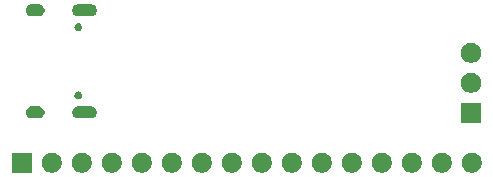
<source format=gbs>
G04 #@! TF.GenerationSoftware,KiCad,Pcbnew,9.0.3*
G04 #@! TF.CreationDate,2025-08-03T15:24:15-04:00*
G04 #@! TF.ProjectId,CH32V003A4M6,43483332-5630-4303-9341-344d362e6b69,rev?*
G04 #@! TF.SameCoordinates,Original*
G04 #@! TF.FileFunction,Soldermask,Bot*
G04 #@! TF.FilePolarity,Negative*
%FSLAX46Y46*%
G04 Gerber Fmt 4.6, Leading zero omitted, Abs format (unit mm)*
G04 Created by KiCad (PCBNEW 9.0.3) date 2025-08-03 15:24:15*
%MOMM*%
%LPD*%
G01*
G04 APERTURE LIST*
G04 APERTURE END LIST*
G36*
X129920000Y-129300000D02*
G01*
X128220000Y-129300000D01*
X128220000Y-127600000D01*
X129920000Y-127600000D01*
X129920000Y-129300000D01*
G37*
G36*
X131856742Y-127636601D02*
G01*
X132010687Y-127700367D01*
X132149234Y-127792941D01*
X132267059Y-127910766D01*
X132359633Y-128049313D01*
X132423399Y-128203258D01*
X132455907Y-128366685D01*
X132455907Y-128533315D01*
X132423399Y-128696742D01*
X132359633Y-128850687D01*
X132267059Y-128989234D01*
X132149234Y-129107059D01*
X132010687Y-129199633D01*
X131856742Y-129263399D01*
X131693315Y-129295907D01*
X131526685Y-129295907D01*
X131363258Y-129263399D01*
X131209313Y-129199633D01*
X131070766Y-129107059D01*
X130952941Y-128989234D01*
X130860367Y-128850687D01*
X130796601Y-128696742D01*
X130764093Y-128533315D01*
X130764093Y-128366685D01*
X130796601Y-128203258D01*
X130860367Y-128049313D01*
X130952941Y-127910766D01*
X131070766Y-127792941D01*
X131209313Y-127700367D01*
X131363258Y-127636601D01*
X131526685Y-127604093D01*
X131693315Y-127604093D01*
X131856742Y-127636601D01*
G37*
G36*
X134396742Y-127636601D02*
G01*
X134550687Y-127700367D01*
X134689234Y-127792941D01*
X134807059Y-127910766D01*
X134899633Y-128049313D01*
X134963399Y-128203258D01*
X134995907Y-128366685D01*
X134995907Y-128533315D01*
X134963399Y-128696742D01*
X134899633Y-128850687D01*
X134807059Y-128989234D01*
X134689234Y-129107059D01*
X134550687Y-129199633D01*
X134396742Y-129263399D01*
X134233315Y-129295907D01*
X134066685Y-129295907D01*
X133903258Y-129263399D01*
X133749313Y-129199633D01*
X133610766Y-129107059D01*
X133492941Y-128989234D01*
X133400367Y-128850687D01*
X133336601Y-128696742D01*
X133304093Y-128533315D01*
X133304093Y-128366685D01*
X133336601Y-128203258D01*
X133400367Y-128049313D01*
X133492941Y-127910766D01*
X133610766Y-127792941D01*
X133749313Y-127700367D01*
X133903258Y-127636601D01*
X134066685Y-127604093D01*
X134233315Y-127604093D01*
X134396742Y-127636601D01*
G37*
G36*
X136936742Y-127636601D02*
G01*
X137090687Y-127700367D01*
X137229234Y-127792941D01*
X137347059Y-127910766D01*
X137439633Y-128049313D01*
X137503399Y-128203258D01*
X137535907Y-128366685D01*
X137535907Y-128533315D01*
X137503399Y-128696742D01*
X137439633Y-128850687D01*
X137347059Y-128989234D01*
X137229234Y-129107059D01*
X137090687Y-129199633D01*
X136936742Y-129263399D01*
X136773315Y-129295907D01*
X136606685Y-129295907D01*
X136443258Y-129263399D01*
X136289313Y-129199633D01*
X136150766Y-129107059D01*
X136032941Y-128989234D01*
X135940367Y-128850687D01*
X135876601Y-128696742D01*
X135844093Y-128533315D01*
X135844093Y-128366685D01*
X135876601Y-128203258D01*
X135940367Y-128049313D01*
X136032941Y-127910766D01*
X136150766Y-127792941D01*
X136289313Y-127700367D01*
X136443258Y-127636601D01*
X136606685Y-127604093D01*
X136773315Y-127604093D01*
X136936742Y-127636601D01*
G37*
G36*
X139476742Y-127636601D02*
G01*
X139630687Y-127700367D01*
X139769234Y-127792941D01*
X139887059Y-127910766D01*
X139979633Y-128049313D01*
X140043399Y-128203258D01*
X140075907Y-128366685D01*
X140075907Y-128533315D01*
X140043399Y-128696742D01*
X139979633Y-128850687D01*
X139887059Y-128989234D01*
X139769234Y-129107059D01*
X139630687Y-129199633D01*
X139476742Y-129263399D01*
X139313315Y-129295907D01*
X139146685Y-129295907D01*
X138983258Y-129263399D01*
X138829313Y-129199633D01*
X138690766Y-129107059D01*
X138572941Y-128989234D01*
X138480367Y-128850687D01*
X138416601Y-128696742D01*
X138384093Y-128533315D01*
X138384093Y-128366685D01*
X138416601Y-128203258D01*
X138480367Y-128049313D01*
X138572941Y-127910766D01*
X138690766Y-127792941D01*
X138829313Y-127700367D01*
X138983258Y-127636601D01*
X139146685Y-127604093D01*
X139313315Y-127604093D01*
X139476742Y-127636601D01*
G37*
G36*
X142016742Y-127636601D02*
G01*
X142170687Y-127700367D01*
X142309234Y-127792941D01*
X142427059Y-127910766D01*
X142519633Y-128049313D01*
X142583399Y-128203258D01*
X142615907Y-128366685D01*
X142615907Y-128533315D01*
X142583399Y-128696742D01*
X142519633Y-128850687D01*
X142427059Y-128989234D01*
X142309234Y-129107059D01*
X142170687Y-129199633D01*
X142016742Y-129263399D01*
X141853315Y-129295907D01*
X141686685Y-129295907D01*
X141523258Y-129263399D01*
X141369313Y-129199633D01*
X141230766Y-129107059D01*
X141112941Y-128989234D01*
X141020367Y-128850687D01*
X140956601Y-128696742D01*
X140924093Y-128533315D01*
X140924093Y-128366685D01*
X140956601Y-128203258D01*
X141020367Y-128049313D01*
X141112941Y-127910766D01*
X141230766Y-127792941D01*
X141369313Y-127700367D01*
X141523258Y-127636601D01*
X141686685Y-127604093D01*
X141853315Y-127604093D01*
X142016742Y-127636601D01*
G37*
G36*
X144556742Y-127636601D02*
G01*
X144710687Y-127700367D01*
X144849234Y-127792941D01*
X144967059Y-127910766D01*
X145059633Y-128049313D01*
X145123399Y-128203258D01*
X145155907Y-128366685D01*
X145155907Y-128533315D01*
X145123399Y-128696742D01*
X145059633Y-128850687D01*
X144967059Y-128989234D01*
X144849234Y-129107059D01*
X144710687Y-129199633D01*
X144556742Y-129263399D01*
X144393315Y-129295907D01*
X144226685Y-129295907D01*
X144063258Y-129263399D01*
X143909313Y-129199633D01*
X143770766Y-129107059D01*
X143652941Y-128989234D01*
X143560367Y-128850687D01*
X143496601Y-128696742D01*
X143464093Y-128533315D01*
X143464093Y-128366685D01*
X143496601Y-128203258D01*
X143560367Y-128049313D01*
X143652941Y-127910766D01*
X143770766Y-127792941D01*
X143909313Y-127700367D01*
X144063258Y-127636601D01*
X144226685Y-127604093D01*
X144393315Y-127604093D01*
X144556742Y-127636601D01*
G37*
G36*
X147096742Y-127636601D02*
G01*
X147250687Y-127700367D01*
X147389234Y-127792941D01*
X147507059Y-127910766D01*
X147599633Y-128049313D01*
X147663399Y-128203258D01*
X147695907Y-128366685D01*
X147695907Y-128533315D01*
X147663399Y-128696742D01*
X147599633Y-128850687D01*
X147507059Y-128989234D01*
X147389234Y-129107059D01*
X147250687Y-129199633D01*
X147096742Y-129263399D01*
X146933315Y-129295907D01*
X146766685Y-129295907D01*
X146603258Y-129263399D01*
X146449313Y-129199633D01*
X146310766Y-129107059D01*
X146192941Y-128989234D01*
X146100367Y-128850687D01*
X146036601Y-128696742D01*
X146004093Y-128533315D01*
X146004093Y-128366685D01*
X146036601Y-128203258D01*
X146100367Y-128049313D01*
X146192941Y-127910766D01*
X146310766Y-127792941D01*
X146449313Y-127700367D01*
X146603258Y-127636601D01*
X146766685Y-127604093D01*
X146933315Y-127604093D01*
X147096742Y-127636601D01*
G37*
G36*
X149636742Y-127636601D02*
G01*
X149790687Y-127700367D01*
X149929234Y-127792941D01*
X150047059Y-127910766D01*
X150139633Y-128049313D01*
X150203399Y-128203258D01*
X150235907Y-128366685D01*
X150235907Y-128533315D01*
X150203399Y-128696742D01*
X150139633Y-128850687D01*
X150047059Y-128989234D01*
X149929234Y-129107059D01*
X149790687Y-129199633D01*
X149636742Y-129263399D01*
X149473315Y-129295907D01*
X149306685Y-129295907D01*
X149143258Y-129263399D01*
X148989313Y-129199633D01*
X148850766Y-129107059D01*
X148732941Y-128989234D01*
X148640367Y-128850687D01*
X148576601Y-128696742D01*
X148544093Y-128533315D01*
X148544093Y-128366685D01*
X148576601Y-128203258D01*
X148640367Y-128049313D01*
X148732941Y-127910766D01*
X148850766Y-127792941D01*
X148989313Y-127700367D01*
X149143258Y-127636601D01*
X149306685Y-127604093D01*
X149473315Y-127604093D01*
X149636742Y-127636601D01*
G37*
G36*
X152176742Y-127636601D02*
G01*
X152330687Y-127700367D01*
X152469234Y-127792941D01*
X152587059Y-127910766D01*
X152679633Y-128049313D01*
X152743399Y-128203258D01*
X152775907Y-128366685D01*
X152775907Y-128533315D01*
X152743399Y-128696742D01*
X152679633Y-128850687D01*
X152587059Y-128989234D01*
X152469234Y-129107059D01*
X152330687Y-129199633D01*
X152176742Y-129263399D01*
X152013315Y-129295907D01*
X151846685Y-129295907D01*
X151683258Y-129263399D01*
X151529313Y-129199633D01*
X151390766Y-129107059D01*
X151272941Y-128989234D01*
X151180367Y-128850687D01*
X151116601Y-128696742D01*
X151084093Y-128533315D01*
X151084093Y-128366685D01*
X151116601Y-128203258D01*
X151180367Y-128049313D01*
X151272941Y-127910766D01*
X151390766Y-127792941D01*
X151529313Y-127700367D01*
X151683258Y-127636601D01*
X151846685Y-127604093D01*
X152013315Y-127604093D01*
X152176742Y-127636601D01*
G37*
G36*
X154716742Y-127636601D02*
G01*
X154870687Y-127700367D01*
X155009234Y-127792941D01*
X155127059Y-127910766D01*
X155219633Y-128049313D01*
X155283399Y-128203258D01*
X155315907Y-128366685D01*
X155315907Y-128533315D01*
X155283399Y-128696742D01*
X155219633Y-128850687D01*
X155127059Y-128989234D01*
X155009234Y-129107059D01*
X154870687Y-129199633D01*
X154716742Y-129263399D01*
X154553315Y-129295907D01*
X154386685Y-129295907D01*
X154223258Y-129263399D01*
X154069313Y-129199633D01*
X153930766Y-129107059D01*
X153812941Y-128989234D01*
X153720367Y-128850687D01*
X153656601Y-128696742D01*
X153624093Y-128533315D01*
X153624093Y-128366685D01*
X153656601Y-128203258D01*
X153720367Y-128049313D01*
X153812941Y-127910766D01*
X153930766Y-127792941D01*
X154069313Y-127700367D01*
X154223258Y-127636601D01*
X154386685Y-127604093D01*
X154553315Y-127604093D01*
X154716742Y-127636601D01*
G37*
G36*
X157256742Y-127636601D02*
G01*
X157410687Y-127700367D01*
X157549234Y-127792941D01*
X157667059Y-127910766D01*
X157759633Y-128049313D01*
X157823399Y-128203258D01*
X157855907Y-128366685D01*
X157855907Y-128533315D01*
X157823399Y-128696742D01*
X157759633Y-128850687D01*
X157667059Y-128989234D01*
X157549234Y-129107059D01*
X157410687Y-129199633D01*
X157256742Y-129263399D01*
X157093315Y-129295907D01*
X156926685Y-129295907D01*
X156763258Y-129263399D01*
X156609313Y-129199633D01*
X156470766Y-129107059D01*
X156352941Y-128989234D01*
X156260367Y-128850687D01*
X156196601Y-128696742D01*
X156164093Y-128533315D01*
X156164093Y-128366685D01*
X156196601Y-128203258D01*
X156260367Y-128049313D01*
X156352941Y-127910766D01*
X156470766Y-127792941D01*
X156609313Y-127700367D01*
X156763258Y-127636601D01*
X156926685Y-127604093D01*
X157093315Y-127604093D01*
X157256742Y-127636601D01*
G37*
G36*
X159796742Y-127636601D02*
G01*
X159950687Y-127700367D01*
X160089234Y-127792941D01*
X160207059Y-127910766D01*
X160299633Y-128049313D01*
X160363399Y-128203258D01*
X160395907Y-128366685D01*
X160395907Y-128533315D01*
X160363399Y-128696742D01*
X160299633Y-128850687D01*
X160207059Y-128989234D01*
X160089234Y-129107059D01*
X159950687Y-129199633D01*
X159796742Y-129263399D01*
X159633315Y-129295907D01*
X159466685Y-129295907D01*
X159303258Y-129263399D01*
X159149313Y-129199633D01*
X159010766Y-129107059D01*
X158892941Y-128989234D01*
X158800367Y-128850687D01*
X158736601Y-128696742D01*
X158704093Y-128533315D01*
X158704093Y-128366685D01*
X158736601Y-128203258D01*
X158800367Y-128049313D01*
X158892941Y-127910766D01*
X159010766Y-127792941D01*
X159149313Y-127700367D01*
X159303258Y-127636601D01*
X159466685Y-127604093D01*
X159633315Y-127604093D01*
X159796742Y-127636601D01*
G37*
G36*
X162336742Y-127636601D02*
G01*
X162490687Y-127700367D01*
X162629234Y-127792941D01*
X162747059Y-127910766D01*
X162839633Y-128049313D01*
X162903399Y-128203258D01*
X162935907Y-128366685D01*
X162935907Y-128533315D01*
X162903399Y-128696742D01*
X162839633Y-128850687D01*
X162747059Y-128989234D01*
X162629234Y-129107059D01*
X162490687Y-129199633D01*
X162336742Y-129263399D01*
X162173315Y-129295907D01*
X162006685Y-129295907D01*
X161843258Y-129263399D01*
X161689313Y-129199633D01*
X161550766Y-129107059D01*
X161432941Y-128989234D01*
X161340367Y-128850687D01*
X161276601Y-128696742D01*
X161244093Y-128533315D01*
X161244093Y-128366685D01*
X161276601Y-128203258D01*
X161340367Y-128049313D01*
X161432941Y-127910766D01*
X161550766Y-127792941D01*
X161689313Y-127700367D01*
X161843258Y-127636601D01*
X162006685Y-127604093D01*
X162173315Y-127604093D01*
X162336742Y-127636601D01*
G37*
G36*
X164876742Y-127636601D02*
G01*
X165030687Y-127700367D01*
X165169234Y-127792941D01*
X165287059Y-127910766D01*
X165379633Y-128049313D01*
X165443399Y-128203258D01*
X165475907Y-128366685D01*
X165475907Y-128533315D01*
X165443399Y-128696742D01*
X165379633Y-128850687D01*
X165287059Y-128989234D01*
X165169234Y-129107059D01*
X165030687Y-129199633D01*
X164876742Y-129263399D01*
X164713315Y-129295907D01*
X164546685Y-129295907D01*
X164383258Y-129263399D01*
X164229313Y-129199633D01*
X164090766Y-129107059D01*
X163972941Y-128989234D01*
X163880367Y-128850687D01*
X163816601Y-128696742D01*
X163784093Y-128533315D01*
X163784093Y-128366685D01*
X163816601Y-128203258D01*
X163880367Y-128049313D01*
X163972941Y-127910766D01*
X164090766Y-127792941D01*
X164229313Y-127700367D01*
X164383258Y-127636601D01*
X164546685Y-127604093D01*
X164713315Y-127604093D01*
X164876742Y-127636601D01*
G37*
G36*
X167416742Y-127636601D02*
G01*
X167570687Y-127700367D01*
X167709234Y-127792941D01*
X167827059Y-127910766D01*
X167919633Y-128049313D01*
X167983399Y-128203258D01*
X168015907Y-128366685D01*
X168015907Y-128533315D01*
X167983399Y-128696742D01*
X167919633Y-128850687D01*
X167827059Y-128989234D01*
X167709234Y-129107059D01*
X167570687Y-129199633D01*
X167416742Y-129263399D01*
X167253315Y-129295907D01*
X167086685Y-129295907D01*
X166923258Y-129263399D01*
X166769313Y-129199633D01*
X166630766Y-129107059D01*
X166512941Y-128989234D01*
X166420367Y-128850687D01*
X166356601Y-128696742D01*
X166324093Y-128533315D01*
X166324093Y-128366685D01*
X166356601Y-128203258D01*
X166420367Y-128049313D01*
X166512941Y-127910766D01*
X166630766Y-127792941D01*
X166769313Y-127700367D01*
X166923258Y-127636601D01*
X167086685Y-127604093D01*
X167253315Y-127604093D01*
X167416742Y-127636601D01*
G37*
G36*
X167950000Y-125075000D02*
G01*
X166250000Y-125075000D01*
X166250000Y-123375000D01*
X167950000Y-123375000D01*
X167950000Y-125075000D01*
G37*
G36*
X130565263Y-123674278D02*
G01*
X130691342Y-123708060D01*
X130804381Y-123773323D01*
X130896677Y-123865619D01*
X130961940Y-123978658D01*
X130995722Y-124104737D01*
X130995722Y-124235263D01*
X130961940Y-124361342D01*
X130896677Y-124474381D01*
X130804381Y-124566677D01*
X130691342Y-124631940D01*
X130565263Y-124665722D01*
X130500000Y-124670000D01*
X130498029Y-124670000D01*
X129901971Y-124670000D01*
X129900000Y-124670000D01*
X129834737Y-124665722D01*
X129708658Y-124631940D01*
X129595619Y-124566677D01*
X129503323Y-124474381D01*
X129438060Y-124361342D01*
X129404278Y-124235263D01*
X129404278Y-124104737D01*
X129438060Y-123978658D01*
X129503323Y-123865619D01*
X129595619Y-123773323D01*
X129708658Y-123708060D01*
X129834737Y-123674278D01*
X129900000Y-123670000D01*
X130500000Y-123670000D01*
X130565263Y-123674278D01*
G37*
G36*
X134995263Y-123674278D02*
G01*
X135121342Y-123708060D01*
X135234381Y-123773323D01*
X135326677Y-123865619D01*
X135391940Y-123978658D01*
X135425722Y-124104737D01*
X135425722Y-124235263D01*
X135391940Y-124361342D01*
X135326677Y-124474381D01*
X135234381Y-124566677D01*
X135121342Y-124631940D01*
X134995263Y-124665722D01*
X134930000Y-124670000D01*
X134928029Y-124670000D01*
X133831971Y-124670000D01*
X133830000Y-124670000D01*
X133764737Y-124665722D01*
X133638658Y-124631940D01*
X133525619Y-124566677D01*
X133433323Y-124474381D01*
X133368060Y-124361342D01*
X133334278Y-124235263D01*
X133334278Y-124104737D01*
X133368060Y-123978658D01*
X133433323Y-123865619D01*
X133525619Y-123773323D01*
X133638658Y-123708060D01*
X133764737Y-123674278D01*
X133830000Y-123670000D01*
X134930000Y-123670000D01*
X134995263Y-123674278D01*
G37*
G36*
X133974372Y-122439739D02*
G01*
X134047847Y-122482160D01*
X134107840Y-122542153D01*
X134150261Y-122615628D01*
X134172220Y-122697579D01*
X134172220Y-122782421D01*
X134150261Y-122864372D01*
X134107840Y-122937847D01*
X134047847Y-122997840D01*
X133974372Y-123040261D01*
X133892421Y-123062220D01*
X133807579Y-123062220D01*
X133725628Y-123040261D01*
X133652153Y-122997840D01*
X133592160Y-122937847D01*
X133549739Y-122864372D01*
X133527780Y-122782421D01*
X133527780Y-122697579D01*
X133549739Y-122615628D01*
X133592160Y-122542153D01*
X133652153Y-122482160D01*
X133725628Y-122439739D01*
X133807579Y-122417780D01*
X133892421Y-122417780D01*
X133974372Y-122439739D01*
G37*
G36*
X167346742Y-120871601D02*
G01*
X167500687Y-120935367D01*
X167639234Y-121027941D01*
X167757059Y-121145766D01*
X167849633Y-121284313D01*
X167913399Y-121438258D01*
X167945907Y-121601685D01*
X167945907Y-121768315D01*
X167913399Y-121931742D01*
X167849633Y-122085687D01*
X167757059Y-122224234D01*
X167639234Y-122342059D01*
X167500687Y-122434633D01*
X167346742Y-122498399D01*
X167183315Y-122530907D01*
X167016685Y-122530907D01*
X166853258Y-122498399D01*
X166699313Y-122434633D01*
X166560766Y-122342059D01*
X166442941Y-122224234D01*
X166350367Y-122085687D01*
X166286601Y-121931742D01*
X166254093Y-121768315D01*
X166254093Y-121601685D01*
X166286601Y-121438258D01*
X166350367Y-121284313D01*
X166442941Y-121145766D01*
X166560766Y-121027941D01*
X166699313Y-120935367D01*
X166853258Y-120871601D01*
X167016685Y-120839093D01*
X167183315Y-120839093D01*
X167346742Y-120871601D01*
G37*
G36*
X167346742Y-118331601D02*
G01*
X167500687Y-118395367D01*
X167639234Y-118487941D01*
X167757059Y-118605766D01*
X167849633Y-118744313D01*
X167913399Y-118898258D01*
X167945907Y-119061685D01*
X167945907Y-119228315D01*
X167913399Y-119391742D01*
X167849633Y-119545687D01*
X167757059Y-119684234D01*
X167639234Y-119802059D01*
X167500687Y-119894633D01*
X167346742Y-119958399D01*
X167183315Y-119990907D01*
X167016685Y-119990907D01*
X166853258Y-119958399D01*
X166699313Y-119894633D01*
X166560766Y-119802059D01*
X166442941Y-119684234D01*
X166350367Y-119545687D01*
X166286601Y-119391742D01*
X166254093Y-119228315D01*
X166254093Y-119061685D01*
X166286601Y-118898258D01*
X166350367Y-118744313D01*
X166442941Y-118605766D01*
X166560766Y-118487941D01*
X166699313Y-118395367D01*
X166853258Y-118331601D01*
X167016685Y-118299093D01*
X167183315Y-118299093D01*
X167346742Y-118331601D01*
G37*
G36*
X133974372Y-116659739D02*
G01*
X134047847Y-116702160D01*
X134107840Y-116762153D01*
X134150261Y-116835628D01*
X134172220Y-116917579D01*
X134172220Y-117002421D01*
X134150261Y-117084372D01*
X134107840Y-117157847D01*
X134047847Y-117217840D01*
X133974372Y-117260261D01*
X133892421Y-117282220D01*
X133807579Y-117282220D01*
X133725628Y-117260261D01*
X133652153Y-117217840D01*
X133592160Y-117157847D01*
X133549739Y-117084372D01*
X133527780Y-117002421D01*
X133527780Y-116917579D01*
X133549739Y-116835628D01*
X133592160Y-116762153D01*
X133652153Y-116702160D01*
X133725628Y-116659739D01*
X133807579Y-116637780D01*
X133892421Y-116637780D01*
X133974372Y-116659739D01*
G37*
G36*
X130565263Y-115034278D02*
G01*
X130691342Y-115068060D01*
X130804381Y-115133323D01*
X130896677Y-115225619D01*
X130961940Y-115338658D01*
X130995722Y-115464737D01*
X130995722Y-115595263D01*
X130961940Y-115721342D01*
X130896677Y-115834381D01*
X130804381Y-115926677D01*
X130691342Y-115991940D01*
X130565263Y-116025722D01*
X130500000Y-116030000D01*
X130498029Y-116030000D01*
X129901971Y-116030000D01*
X129900000Y-116030000D01*
X129834737Y-116025722D01*
X129708658Y-115991940D01*
X129595619Y-115926677D01*
X129503323Y-115834381D01*
X129438060Y-115721342D01*
X129404278Y-115595263D01*
X129404278Y-115464737D01*
X129438060Y-115338658D01*
X129503323Y-115225619D01*
X129595619Y-115133323D01*
X129708658Y-115068060D01*
X129834737Y-115034278D01*
X129900000Y-115030000D01*
X130500000Y-115030000D01*
X130565263Y-115034278D01*
G37*
G36*
X134995263Y-115034278D02*
G01*
X135121342Y-115068060D01*
X135234381Y-115133323D01*
X135326677Y-115225619D01*
X135391940Y-115338658D01*
X135425722Y-115464737D01*
X135425722Y-115595263D01*
X135391940Y-115721342D01*
X135326677Y-115834381D01*
X135234381Y-115926677D01*
X135121342Y-115991940D01*
X134995263Y-116025722D01*
X134930000Y-116030000D01*
X134928029Y-116030000D01*
X133831971Y-116030000D01*
X133830000Y-116030000D01*
X133764737Y-116025722D01*
X133638658Y-115991940D01*
X133525619Y-115926677D01*
X133433323Y-115834381D01*
X133368060Y-115721342D01*
X133334278Y-115595263D01*
X133334278Y-115464737D01*
X133368060Y-115338658D01*
X133433323Y-115225619D01*
X133525619Y-115133323D01*
X133638658Y-115068060D01*
X133764737Y-115034278D01*
X133830000Y-115030000D01*
X134930000Y-115030000D01*
X134995263Y-115034278D01*
G37*
M02*

</source>
